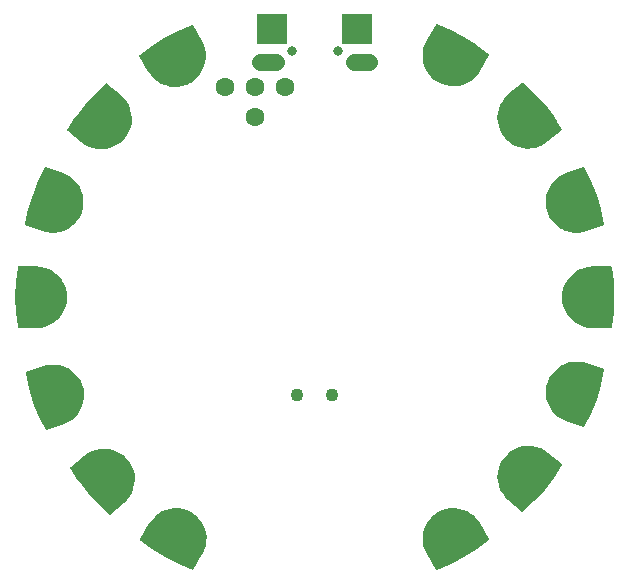
<source format=gbr>
G04 EAGLE Gerber RS-274X export*
G75*
%MOMM*%
%FSLAX34Y34*%
%LPD*%
%INSoldermask Bottom*%
%IPPOS*%
%AMOC8*
5,1,8,0,0,1.08239X$1,22.5*%
G01*
%ADD10C,0.801600*%
%ADD11R,2.601600X2.601600*%
%ADD12C,1.409600*%
%ADD13C,4.317600*%
%ADD14C,1.101600*%
%ADD15C,1.601600*%

G36*
X227376Y-110221D02*
X227376Y-110221D01*
X227400Y-110223D01*
X227485Y-110200D01*
X227572Y-110184D01*
X227593Y-110172D01*
X227617Y-110165D01*
X227689Y-110114D01*
X227765Y-110069D01*
X227780Y-110050D01*
X227800Y-110036D01*
X227884Y-109919D01*
X227905Y-109894D01*
X227906Y-109889D01*
X227910Y-109884D01*
X233802Y-98565D01*
X233810Y-98542D01*
X233826Y-98515D01*
X238709Y-86726D01*
X238714Y-86702D01*
X238728Y-86674D01*
X242565Y-74504D01*
X242568Y-74479D01*
X242579Y-74450D01*
X245341Y-61992D01*
X245342Y-61968D01*
X245350Y-61944D01*
X245347Y-61856D01*
X245350Y-61768D01*
X245343Y-61745D01*
X245342Y-61720D01*
X245308Y-61638D01*
X245281Y-61555D01*
X245266Y-61535D01*
X245256Y-61513D01*
X245196Y-61448D01*
X245141Y-61379D01*
X245120Y-61366D01*
X245104Y-61348D01*
X244977Y-61280D01*
X244949Y-61263D01*
X244944Y-61262D01*
X244939Y-61259D01*
X230618Y-56046D01*
X230598Y-56043D01*
X230575Y-56032D01*
X227090Y-55039D01*
X227052Y-55035D01*
X227001Y-55020D01*
X223410Y-54533D01*
X223372Y-54535D01*
X223320Y-54527D01*
X219696Y-54556D01*
X219658Y-54563D01*
X219606Y-54563D01*
X216023Y-55108D01*
X215987Y-55120D01*
X215934Y-55128D01*
X212465Y-56176D01*
X212431Y-56193D01*
X212381Y-56208D01*
X209096Y-57740D01*
X209065Y-57762D01*
X209017Y-57784D01*
X205984Y-59767D01*
X205957Y-59794D01*
X205912Y-59822D01*
X203192Y-62217D01*
X203169Y-62247D01*
X203129Y-62282D01*
X200777Y-65039D01*
X200758Y-65072D01*
X200724Y-65112D01*
X198789Y-68176D01*
X198774Y-68212D01*
X198746Y-68256D01*
X197267Y-71564D01*
X197258Y-71601D01*
X197236Y-71649D01*
X196242Y-75135D01*
X196239Y-75173D01*
X196224Y-75223D01*
X195737Y-78814D01*
X195738Y-78852D01*
X195731Y-78905D01*
X195760Y-82529D01*
X195767Y-82566D01*
X195767Y-82619D01*
X196311Y-86202D01*
X196322Y-86234D01*
X196323Y-86254D01*
X196327Y-86266D01*
X196331Y-86290D01*
X197379Y-89759D01*
X197397Y-89793D01*
X197412Y-89844D01*
X198943Y-93128D01*
X198965Y-93159D01*
X198987Y-93207D01*
X200971Y-96240D01*
X200997Y-96268D01*
X201025Y-96312D01*
X203420Y-99032D01*
X203450Y-99056D01*
X203485Y-99096D01*
X206242Y-101447D01*
X206275Y-101466D01*
X206315Y-101501D01*
X209380Y-103436D01*
X209415Y-103450D01*
X209459Y-103478D01*
X212768Y-104958D01*
X212787Y-104963D01*
X212810Y-104975D01*
X227131Y-110187D01*
X227155Y-110191D01*
X227177Y-110202D01*
X227264Y-110210D01*
X227352Y-110225D01*
X227376Y-110221D01*
G37*
G36*
X-219696Y54556D02*
X-219696Y54556D01*
X-219658Y54563D01*
X-219606Y54563D01*
X-216023Y55108D01*
X-215987Y55120D01*
X-215934Y55128D01*
X-212465Y56176D01*
X-212431Y56193D01*
X-212381Y56208D01*
X-209096Y57740D01*
X-209065Y57762D01*
X-209017Y57784D01*
X-205984Y59767D01*
X-205957Y59794D01*
X-205912Y59822D01*
X-203192Y62217D01*
X-203169Y62247D01*
X-203129Y62282D01*
X-200777Y65039D01*
X-200758Y65072D01*
X-200724Y65112D01*
X-198789Y68176D01*
X-198774Y68212D01*
X-198746Y68256D01*
X-197267Y71564D01*
X-197258Y71601D01*
X-197236Y71649D01*
X-196242Y75135D01*
X-196239Y75173D01*
X-196224Y75223D01*
X-195737Y78814D01*
X-195738Y78852D01*
X-195731Y78905D01*
X-195760Y82529D01*
X-195767Y82566D01*
X-195767Y82619D01*
X-196311Y86202D01*
X-196323Y86238D01*
X-196331Y86290D01*
X-197379Y89759D01*
X-197397Y89793D01*
X-197412Y89844D01*
X-198943Y93128D01*
X-198965Y93159D01*
X-198987Y93207D01*
X-200971Y96240D01*
X-200997Y96268D01*
X-201025Y96312D01*
X-203420Y99032D01*
X-203450Y99056D01*
X-203485Y99096D01*
X-206242Y101447D01*
X-206275Y101466D01*
X-206315Y101501D01*
X-209380Y103436D01*
X-209415Y103450D01*
X-209459Y103478D01*
X-212768Y104958D01*
X-212787Y104963D01*
X-212810Y104975D01*
X-227131Y110187D01*
X-227155Y110191D01*
X-227177Y110202D01*
X-227264Y110210D01*
X-227352Y110225D01*
X-227376Y110221D01*
X-227400Y110223D01*
X-227485Y110200D01*
X-227572Y110184D01*
X-227593Y110172D01*
X-227617Y110165D01*
X-227689Y110114D01*
X-227765Y110069D01*
X-227780Y110050D01*
X-227800Y110036D01*
X-227884Y109919D01*
X-227905Y109894D01*
X-227906Y109889D01*
X-227910Y109884D01*
X-233802Y98565D01*
X-233810Y98542D01*
X-233826Y98515D01*
X-238709Y86726D01*
X-238714Y86702D01*
X-238728Y86674D01*
X-242565Y74504D01*
X-242568Y74479D01*
X-242579Y74450D01*
X-245341Y61992D01*
X-245342Y61968D01*
X-245350Y61944D01*
X-245347Y61856D01*
X-245350Y61768D01*
X-245343Y61745D01*
X-245342Y61720D01*
X-245308Y61638D01*
X-245281Y61555D01*
X-245266Y61535D01*
X-245256Y61513D01*
X-245196Y61448D01*
X-245141Y61379D01*
X-245120Y61366D01*
X-245104Y61348D01*
X-244977Y61280D01*
X-244949Y61263D01*
X-244944Y61262D01*
X-244939Y61259D01*
X-230618Y56046D01*
X-230598Y56043D01*
X-230575Y56032D01*
X-227090Y55039D01*
X-227052Y55035D01*
X-227001Y55020D01*
X-223410Y54533D01*
X-223372Y54535D01*
X-223320Y54527D01*
X-219696Y54556D01*
G37*
G36*
X-226704Y-112761D02*
X-226704Y-112761D01*
X-226679Y-112765D01*
X-226538Y-112736D01*
X-226506Y-112731D01*
X-226502Y-112728D01*
X-226496Y-112727D01*
X-212175Y-107515D01*
X-212157Y-107505D01*
X-212133Y-107498D01*
X-208824Y-106018D01*
X-208793Y-105997D01*
X-208745Y-105976D01*
X-205680Y-104041D01*
X-205652Y-104015D01*
X-205607Y-103987D01*
X-202850Y-101636D01*
X-202826Y-101606D01*
X-202785Y-101572D01*
X-200390Y-98852D01*
X-200371Y-98820D01*
X-200336Y-98780D01*
X-198352Y-95747D01*
X-198337Y-95712D01*
X-198308Y-95668D01*
X-196777Y-92384D01*
X-196767Y-92347D01*
X-196744Y-92299D01*
X-195696Y-88830D01*
X-195691Y-88792D01*
X-195676Y-88742D01*
X-195132Y-85159D01*
X-195133Y-85121D01*
X-195125Y-85069D01*
X-195096Y-81445D01*
X-195102Y-81407D01*
X-195102Y-81354D01*
X-195589Y-77763D01*
X-195592Y-77753D01*
X-195592Y-77751D01*
X-195595Y-77744D01*
X-195601Y-77727D01*
X-195607Y-77675D01*
X-196601Y-74189D01*
X-196617Y-74155D01*
X-196632Y-74104D01*
X-198111Y-70796D01*
X-198132Y-70764D01*
X-198154Y-70716D01*
X-200089Y-67652D01*
X-200114Y-67624D01*
X-200142Y-67579D01*
X-202494Y-64822D01*
X-202523Y-64797D01*
X-202557Y-64757D01*
X-205277Y-62362D01*
X-205310Y-62342D01*
X-205349Y-62307D01*
X-208382Y-60324D01*
X-208418Y-60309D01*
X-208461Y-60280D01*
X-211746Y-58748D01*
X-211783Y-58739D01*
X-211830Y-58716D01*
X-213380Y-58248D01*
X-215299Y-57668D01*
X-215337Y-57663D01*
X-215388Y-57648D01*
X-218971Y-57103D01*
X-219009Y-57104D01*
X-219061Y-57096D01*
X-222685Y-57067D01*
X-222722Y-57074D01*
X-222775Y-57073D01*
X-226366Y-57560D01*
X-226403Y-57572D01*
X-226455Y-57579D01*
X-229940Y-58572D01*
X-229958Y-58581D01*
X-229983Y-58586D01*
X-244304Y-63799D01*
X-244325Y-63811D01*
X-244349Y-63817D01*
X-244421Y-63867D01*
X-244498Y-63912D01*
X-244514Y-63930D01*
X-244534Y-63944D01*
X-244584Y-64017D01*
X-244640Y-64085D01*
X-244648Y-64108D01*
X-244663Y-64128D01*
X-244685Y-64214D01*
X-244714Y-64297D01*
X-244713Y-64321D01*
X-244719Y-64345D01*
X-244709Y-64489D01*
X-244709Y-64521D01*
X-244707Y-64526D01*
X-244706Y-64532D01*
X-241944Y-76990D01*
X-241935Y-77013D01*
X-241930Y-77044D01*
X-238093Y-89214D01*
X-238082Y-89235D01*
X-238074Y-89266D01*
X-233191Y-101055D01*
X-233177Y-101076D01*
X-233167Y-101105D01*
X-227275Y-112424D01*
X-227260Y-112443D01*
X-227251Y-112466D01*
X-227192Y-112532D01*
X-227138Y-112602D01*
X-227117Y-112614D01*
X-227101Y-112633D01*
X-227022Y-112674D01*
X-226948Y-112720D01*
X-226924Y-112725D01*
X-226902Y-112736D01*
X-226814Y-112748D01*
X-226728Y-112765D01*
X-226704Y-112761D01*
G37*
G36*
X223357Y54534D02*
X223357Y54534D01*
X223410Y54533D01*
X227001Y55020D01*
X227038Y55032D01*
X227090Y55039D01*
X230575Y56032D01*
X230593Y56041D01*
X230618Y56046D01*
X244939Y61259D01*
X244960Y61271D01*
X244984Y61277D01*
X245056Y61327D01*
X245133Y61372D01*
X245149Y61390D01*
X245169Y61404D01*
X245219Y61477D01*
X245275Y61545D01*
X245283Y61568D01*
X245298Y61588D01*
X245320Y61674D01*
X245349Y61757D01*
X245348Y61781D01*
X245354Y61805D01*
X245344Y61949D01*
X245344Y61981D01*
X245342Y61986D01*
X245341Y61992D01*
X242579Y74450D01*
X242570Y74473D01*
X242565Y74504D01*
X238728Y86674D01*
X238717Y86695D01*
X238709Y86726D01*
X233826Y98515D01*
X233812Y98536D01*
X233802Y98565D01*
X227910Y109884D01*
X227895Y109903D01*
X227886Y109926D01*
X227827Y109992D01*
X227773Y110062D01*
X227752Y110074D01*
X227736Y110093D01*
X227657Y110134D01*
X227583Y110180D01*
X227559Y110185D01*
X227537Y110196D01*
X227449Y110208D01*
X227363Y110225D01*
X227339Y110221D01*
X227314Y110225D01*
X227173Y110196D01*
X227141Y110191D01*
X227137Y110188D01*
X227131Y110187D01*
X212810Y104975D01*
X212792Y104965D01*
X212768Y104958D01*
X209459Y103478D01*
X209428Y103457D01*
X209380Y103436D01*
X206315Y101501D01*
X206287Y101475D01*
X206242Y101447D01*
X203485Y99096D01*
X203461Y99066D01*
X203420Y99032D01*
X201025Y96312D01*
X201006Y96280D01*
X200971Y96240D01*
X198987Y93207D01*
X198972Y93172D01*
X198943Y93128D01*
X197412Y89844D01*
X197402Y89807D01*
X197379Y89759D01*
X196331Y86290D01*
X196326Y86252D01*
X196311Y86202D01*
X195767Y82619D01*
X195768Y82581D01*
X195760Y82529D01*
X195731Y78905D01*
X195737Y78867D01*
X195737Y78814D01*
X196224Y75223D01*
X196236Y75187D01*
X196242Y75135D01*
X197236Y71649D01*
X197252Y71615D01*
X197267Y71564D01*
X198746Y68256D01*
X198767Y68224D01*
X198789Y68176D01*
X200724Y65112D01*
X200749Y65084D01*
X200777Y65039D01*
X203129Y62282D01*
X203158Y62257D01*
X203192Y62217D01*
X205912Y59822D01*
X205945Y59802D01*
X205984Y59767D01*
X209017Y57784D01*
X209053Y57769D01*
X209096Y57740D01*
X212381Y56208D01*
X212418Y56199D01*
X212465Y56176D01*
X213631Y55824D01*
X215730Y55189D01*
X215934Y55128D01*
X215972Y55123D01*
X216023Y55108D01*
X219606Y54563D01*
X219644Y54564D01*
X219696Y54556D01*
X223320Y54527D01*
X223357Y54534D01*
G37*
G36*
X-180394Y125104D02*
X-180394Y125104D01*
X-180342Y125101D01*
X-176732Y125417D01*
X-176695Y125427D01*
X-176642Y125431D01*
X-173114Y126257D01*
X-173079Y126272D01*
X-173027Y126284D01*
X-169652Y127604D01*
X-169620Y127624D01*
X-169571Y127643D01*
X-166418Y129430D01*
X-166388Y129455D01*
X-166342Y129480D01*
X-163476Y131698D01*
X-163451Y131726D01*
X-163409Y131758D01*
X-160887Y134361D01*
X-160866Y134393D01*
X-160829Y134431D01*
X-158703Y137366D01*
X-158687Y137400D01*
X-158656Y137443D01*
X-156970Y140651D01*
X-156958Y140687D01*
X-156933Y140734D01*
X-155721Y144149D01*
X-155715Y144186D01*
X-155697Y144236D01*
X-154983Y147789D01*
X-154982Y147821D01*
X-154976Y147838D01*
X-154977Y147852D01*
X-154971Y147879D01*
X-154770Y151497D01*
X-154775Y151535D01*
X-154771Y151588D01*
X-155087Y155198D01*
X-155097Y155235D01*
X-155102Y155287D01*
X-155928Y158816D01*
X-155943Y158851D01*
X-155955Y158902D01*
X-157275Y162277D01*
X-157295Y162310D01*
X-157314Y162359D01*
X-159101Y165512D01*
X-159125Y165541D01*
X-159151Y165587D01*
X-161369Y168453D01*
X-161397Y168479D01*
X-161429Y168521D01*
X-164032Y171042D01*
X-164049Y171054D01*
X-164066Y171073D01*
X-175740Y180869D01*
X-175761Y180881D01*
X-175778Y180899D01*
X-175858Y180936D01*
X-175935Y180980D01*
X-175959Y180984D01*
X-175981Y180995D01*
X-176069Y181003D01*
X-176156Y181017D01*
X-176180Y181013D01*
X-176205Y181015D01*
X-176290Y180991D01*
X-176376Y180975D01*
X-176397Y180962D01*
X-176421Y180955D01*
X-176540Y180875D01*
X-176568Y180858D01*
X-176571Y180854D01*
X-176576Y180851D01*
X-185984Y172230D01*
X-185999Y172210D01*
X-186024Y172191D01*
X-194645Y162782D01*
X-194658Y162762D01*
X-194680Y162740D01*
X-202448Y152616D01*
X-202460Y152595D01*
X-202480Y152571D01*
X-209336Y141809D01*
X-209346Y141786D01*
X-209361Y141767D01*
X-209388Y141683D01*
X-209422Y141601D01*
X-209422Y141577D01*
X-209430Y141553D01*
X-209426Y141465D01*
X-209429Y141377D01*
X-209421Y141354D01*
X-209420Y141329D01*
X-209386Y141248D01*
X-209358Y141164D01*
X-209343Y141145D01*
X-209333Y141122D01*
X-209238Y141015D01*
X-209218Y140989D01*
X-209213Y140987D01*
X-209209Y140982D01*
X-197535Y131186D01*
X-197517Y131176D01*
X-197499Y131158D01*
X-194564Y129033D01*
X-194529Y129016D01*
X-194487Y128985D01*
X-191279Y127299D01*
X-191242Y127287D01*
X-191196Y127263D01*
X-187781Y126050D01*
X-187743Y126044D01*
X-187694Y126026D01*
X-184141Y125312D01*
X-184102Y125311D01*
X-184051Y125300D01*
X-180432Y125099D01*
X-180394Y125104D01*
G37*
G36*
X-173603Y-184188D02*
X-173603Y-184188D01*
X-173579Y-184192D01*
X-173493Y-184172D01*
X-173405Y-184159D01*
X-173384Y-184147D01*
X-173360Y-184142D01*
X-173237Y-184066D01*
X-173209Y-184051D01*
X-173205Y-184047D01*
X-173200Y-184044D01*
X-161526Y-174248D01*
X-161513Y-174232D01*
X-161492Y-174217D01*
X-158889Y-171696D01*
X-158867Y-171665D01*
X-158829Y-171628D01*
X-156611Y-168762D01*
X-156594Y-168728D01*
X-156561Y-168687D01*
X-154774Y-165534D01*
X-154761Y-165498D01*
X-154735Y-165452D01*
X-153415Y-162077D01*
X-153408Y-162040D01*
X-153388Y-161991D01*
X-152562Y-158462D01*
X-152560Y-158424D01*
X-152547Y-158373D01*
X-152231Y-154763D01*
X-152235Y-154725D01*
X-152230Y-154672D01*
X-152431Y-151054D01*
X-152440Y-151017D01*
X-152443Y-150964D01*
X-153157Y-147411D01*
X-153171Y-147375D01*
X-153181Y-147324D01*
X-154393Y-143909D01*
X-154412Y-143875D01*
X-154430Y-143826D01*
X-156116Y-140618D01*
X-156139Y-140588D01*
X-156163Y-140541D01*
X-158289Y-137606D01*
X-158316Y-137579D01*
X-158347Y-137536D01*
X-160869Y-134933D01*
X-160900Y-134911D01*
X-160936Y-134873D01*
X-163802Y-132655D01*
X-163836Y-132638D01*
X-163878Y-132605D01*
X-167031Y-130818D01*
X-167067Y-130806D01*
X-167112Y-130779D01*
X-170487Y-129459D01*
X-170525Y-129452D01*
X-170574Y-129432D01*
X-174102Y-128606D01*
X-174140Y-128604D01*
X-174192Y-128592D01*
X-177802Y-128276D01*
X-177840Y-128279D01*
X-177892Y-128274D01*
X-181511Y-128475D01*
X-181548Y-128484D01*
X-181601Y-128487D01*
X-185154Y-129201D01*
X-185189Y-129215D01*
X-185241Y-129225D01*
X-188656Y-130438D01*
X-188689Y-130456D01*
X-188739Y-130474D01*
X-191947Y-132160D01*
X-191977Y-132183D01*
X-192024Y-132208D01*
X-194959Y-134333D01*
X-194973Y-134348D01*
X-194995Y-134361D01*
X-206669Y-144157D01*
X-206685Y-144176D01*
X-206705Y-144190D01*
X-206756Y-144261D01*
X-206813Y-144329D01*
X-206821Y-144352D01*
X-206835Y-144372D01*
X-206858Y-144458D01*
X-206887Y-144541D01*
X-206887Y-144565D01*
X-206893Y-144589D01*
X-206885Y-144677D01*
X-206884Y-144765D01*
X-206875Y-144788D01*
X-206873Y-144812D01*
X-206814Y-144943D01*
X-206802Y-144974D01*
X-206799Y-144978D01*
X-206796Y-144984D01*
X-199940Y-155746D01*
X-199923Y-155764D01*
X-199908Y-155791D01*
X-192140Y-165915D01*
X-192122Y-165931D01*
X-192105Y-165957D01*
X-183484Y-175366D01*
X-183464Y-175380D01*
X-183444Y-175405D01*
X-174036Y-184026D01*
X-174016Y-184039D01*
X-173999Y-184057D01*
X-173921Y-184098D01*
X-173847Y-184146D01*
X-173823Y-184151D01*
X-173801Y-184162D01*
X-173714Y-184174D01*
X-173627Y-184192D01*
X-173603Y-184188D01*
G37*
G36*
X176180Y-181648D02*
X176180Y-181648D01*
X176205Y-181650D01*
X176290Y-181626D01*
X176376Y-181610D01*
X176397Y-181597D01*
X176421Y-181590D01*
X176540Y-181510D01*
X176568Y-181493D01*
X176571Y-181489D01*
X176576Y-181486D01*
X185984Y-172865D01*
X185999Y-172845D01*
X186024Y-172826D01*
X194645Y-163417D01*
X194658Y-163397D01*
X194680Y-163375D01*
X202448Y-153251D01*
X202460Y-153230D01*
X202480Y-153206D01*
X209336Y-142444D01*
X209346Y-142421D01*
X209361Y-142402D01*
X209388Y-142318D01*
X209422Y-142236D01*
X209422Y-142212D01*
X209430Y-142188D01*
X209426Y-142100D01*
X209429Y-142012D01*
X209421Y-141989D01*
X209420Y-141964D01*
X209386Y-141883D01*
X209358Y-141799D01*
X209343Y-141780D01*
X209333Y-141757D01*
X209238Y-141650D01*
X209218Y-141624D01*
X209213Y-141622D01*
X209209Y-141617D01*
X197535Y-131821D01*
X197517Y-131811D01*
X197499Y-131793D01*
X194564Y-129668D01*
X194529Y-129651D01*
X194487Y-129620D01*
X191279Y-127934D01*
X191242Y-127922D01*
X191196Y-127898D01*
X187781Y-126685D01*
X187743Y-126679D01*
X187694Y-126661D01*
X184141Y-125947D01*
X184102Y-125946D01*
X184051Y-125935D01*
X180432Y-125734D01*
X180394Y-125739D01*
X180342Y-125736D01*
X176732Y-126052D01*
X176695Y-126062D01*
X176642Y-126066D01*
X173114Y-126892D01*
X173079Y-126907D01*
X173027Y-126919D01*
X169652Y-128239D01*
X169620Y-128259D01*
X169571Y-128278D01*
X166418Y-130065D01*
X166388Y-130090D01*
X166342Y-130115D01*
X163476Y-132333D01*
X163451Y-132361D01*
X163409Y-132393D01*
X160887Y-134996D01*
X160866Y-135028D01*
X160829Y-135066D01*
X158703Y-138001D01*
X158687Y-138035D01*
X158656Y-138078D01*
X156970Y-141286D01*
X156958Y-141322D01*
X156933Y-141369D01*
X155721Y-144784D01*
X155715Y-144821D01*
X155697Y-144871D01*
X154983Y-148424D01*
X154982Y-148462D01*
X154971Y-148514D01*
X154770Y-152132D01*
X154775Y-152170D01*
X154771Y-152223D01*
X155087Y-155833D01*
X155097Y-155870D01*
X155102Y-155922D01*
X155928Y-159451D01*
X155943Y-159486D01*
X155955Y-159537D01*
X157275Y-162912D01*
X157295Y-162945D01*
X157314Y-162994D01*
X159101Y-166147D01*
X159125Y-166176D01*
X159151Y-166222D01*
X161369Y-169088D01*
X161397Y-169114D01*
X161429Y-169156D01*
X164032Y-171677D01*
X164049Y-171689D01*
X164066Y-171708D01*
X175740Y-181504D01*
X175761Y-181516D01*
X175778Y-181534D01*
X175858Y-181571D01*
X175935Y-181615D01*
X175959Y-181619D01*
X175981Y-181630D01*
X176069Y-181638D01*
X176156Y-181652D01*
X176180Y-181648D01*
G37*
G36*
X184051Y125935D02*
X184051Y125935D01*
X184088Y125944D01*
X184141Y125947D01*
X187694Y126661D01*
X187729Y126675D01*
X187781Y126685D01*
X191196Y127898D01*
X191229Y127916D01*
X191279Y127934D01*
X194487Y129620D01*
X194517Y129643D01*
X194564Y129668D01*
X197499Y131793D01*
X197513Y131808D01*
X197535Y131821D01*
X209209Y141617D01*
X209225Y141636D01*
X209245Y141650D01*
X209296Y141721D01*
X209353Y141789D01*
X209361Y141812D01*
X209375Y141832D01*
X209398Y141918D01*
X209427Y142001D01*
X209427Y142025D01*
X209433Y142049D01*
X209425Y142137D01*
X209424Y142225D01*
X209415Y142248D01*
X209413Y142272D01*
X209354Y142403D01*
X209342Y142434D01*
X209339Y142438D01*
X209336Y142444D01*
X209261Y142562D01*
X208857Y143196D01*
X208857Y143197D01*
X208453Y143831D01*
X208049Y144465D01*
X207645Y145099D01*
X207241Y145733D01*
X207241Y145734D01*
X207240Y145734D01*
X206836Y146368D01*
X206432Y147002D01*
X206028Y147636D01*
X205624Y148270D01*
X205624Y148271D01*
X205220Y148905D01*
X204816Y149539D01*
X202480Y153206D01*
X202463Y153224D01*
X202448Y153251D01*
X194680Y163375D01*
X194662Y163391D01*
X194645Y163417D01*
X186024Y172826D01*
X186004Y172840D01*
X185984Y172865D01*
X176576Y181486D01*
X176556Y181499D01*
X176539Y181517D01*
X176461Y181558D01*
X176387Y181606D01*
X176363Y181611D01*
X176341Y181622D01*
X176254Y181634D01*
X176167Y181652D01*
X176143Y181648D01*
X176119Y181652D01*
X176033Y181632D01*
X175945Y181619D01*
X175924Y181607D01*
X175900Y181602D01*
X175777Y181526D01*
X175749Y181511D01*
X175745Y181507D01*
X175740Y181504D01*
X164066Y171708D01*
X164053Y171692D01*
X164032Y171677D01*
X161429Y169156D01*
X161407Y169125D01*
X161369Y169088D01*
X159151Y166222D01*
X159134Y166188D01*
X159101Y166147D01*
X157314Y162994D01*
X157301Y162958D01*
X157275Y162912D01*
X155955Y159537D01*
X155948Y159500D01*
X155928Y159451D01*
X155102Y155922D01*
X155100Y155884D01*
X155087Y155833D01*
X154771Y152223D01*
X154775Y152185D01*
X154770Y152132D01*
X154971Y148514D01*
X154980Y148477D01*
X154983Y148424D01*
X155697Y144871D01*
X155711Y144835D01*
X155721Y144784D01*
X156933Y141369D01*
X156952Y141335D01*
X156970Y141286D01*
X158656Y138078D01*
X158679Y138048D01*
X158703Y138001D01*
X160829Y135066D01*
X160856Y135039D01*
X160887Y134996D01*
X163409Y132393D01*
X163440Y132371D01*
X163476Y132333D01*
X166342Y130115D01*
X166376Y130098D01*
X166418Y130065D01*
X169571Y128278D01*
X169607Y128266D01*
X169652Y128239D01*
X173027Y126919D01*
X173065Y126912D01*
X173114Y126892D01*
X176642Y126066D01*
X176680Y126064D01*
X176732Y126052D01*
X180342Y125736D01*
X180380Y125739D01*
X180432Y125734D01*
X184051Y125935D01*
G37*
G36*
X103134Y-231077D02*
X103134Y-231077D01*
X103159Y-231079D01*
X103299Y-231044D01*
X103330Y-231037D01*
X103335Y-231035D01*
X103341Y-231033D01*
X115130Y-226150D01*
X115151Y-226137D01*
X115180Y-226126D01*
X126499Y-220234D01*
X126518Y-220219D01*
X126547Y-220207D01*
X137309Y-213350D01*
X137327Y-213334D01*
X137354Y-213319D01*
X147478Y-205550D01*
X147495Y-205532D01*
X147515Y-205519D01*
X147570Y-205450D01*
X147629Y-205384D01*
X147638Y-205362D01*
X147653Y-205342D01*
X147680Y-205259D01*
X147713Y-205176D01*
X147714Y-205152D01*
X147721Y-205129D01*
X147717Y-205040D01*
X147719Y-204952D01*
X147711Y-204929D01*
X147710Y-204904D01*
X147657Y-204771D01*
X147647Y-204740D01*
X147644Y-204736D01*
X147641Y-204730D01*
X140021Y-191532D01*
X140008Y-191516D01*
X139997Y-191493D01*
X137966Y-188492D01*
X137939Y-188465D01*
X137910Y-188421D01*
X135472Y-185740D01*
X135442Y-185716D01*
X135407Y-185677D01*
X132612Y-183370D01*
X132579Y-183351D01*
X132539Y-183317D01*
X129444Y-181431D01*
X129408Y-181417D01*
X129364Y-181390D01*
X126032Y-179963D01*
X125995Y-179954D01*
X125947Y-179933D01*
X122446Y-178995D01*
X122408Y-178992D01*
X122357Y-178978D01*
X118759Y-178548D01*
X118721Y-178550D01*
X118668Y-178544D01*
X115045Y-178630D01*
X115008Y-178638D01*
X114955Y-178639D01*
X111382Y-179239D01*
X111346Y-179252D01*
X111294Y-179261D01*
X107842Y-180364D01*
X107815Y-180378D01*
X107799Y-180381D01*
X107785Y-180389D01*
X107758Y-180398D01*
X104498Y-181981D01*
X104467Y-182004D01*
X104420Y-182027D01*
X101418Y-184058D01*
X101391Y-184085D01*
X101347Y-184114D01*
X98666Y-186552D01*
X98642Y-186582D01*
X98603Y-186617D01*
X96296Y-189412D01*
X96277Y-189445D01*
X96243Y-189485D01*
X94357Y-192580D01*
X94343Y-192615D01*
X94316Y-192660D01*
X92889Y-195992D01*
X92880Y-196029D01*
X92859Y-196077D01*
X91921Y-199578D01*
X91918Y-199616D01*
X91904Y-199667D01*
X91474Y-203265D01*
X91476Y-203303D01*
X91470Y-203355D01*
X91556Y-206978D01*
X91564Y-207016D01*
X91565Y-207069D01*
X92166Y-210642D01*
X92178Y-210678D01*
X92187Y-210730D01*
X93290Y-214182D01*
X93308Y-214216D01*
X93324Y-214266D01*
X94907Y-217526D01*
X94919Y-217542D01*
X94929Y-217566D01*
X102549Y-230764D01*
X102564Y-230783D01*
X102574Y-230805D01*
X102636Y-230868D01*
X102693Y-230936D01*
X102715Y-230948D01*
X102732Y-230965D01*
X102812Y-231003D01*
X102889Y-231046D01*
X102913Y-231050D01*
X102935Y-231060D01*
X103023Y-231067D01*
X103110Y-231081D01*
X103134Y-231077D01*
G37*
G36*
X-235565Y-26031D02*
X-235565Y-26031D01*
X-235540Y-26033D01*
X-231925Y-25774D01*
X-231888Y-25765D01*
X-231835Y-25761D01*
X-228294Y-24991D01*
X-228259Y-24976D01*
X-228207Y-24965D01*
X-224812Y-23699D01*
X-224779Y-23679D01*
X-224730Y-23661D01*
X-221549Y-21925D01*
X-221519Y-21901D01*
X-221473Y-21876D01*
X-218571Y-19704D01*
X-218545Y-19676D01*
X-218503Y-19645D01*
X-215941Y-17082D01*
X-215919Y-17051D01*
X-215881Y-17014D01*
X-213709Y-14112D01*
X-213692Y-14078D01*
X-213661Y-14036D01*
X-211924Y-10856D01*
X-211912Y-10819D01*
X-211886Y-10773D01*
X-210620Y-7378D01*
X-210613Y-7340D01*
X-210594Y-7291D01*
X-209824Y-3750D01*
X-209822Y-3712D01*
X-209811Y-3660D01*
X-209552Y-45D01*
X-209556Y-7D01*
X-209552Y45D01*
X-209811Y3660D01*
X-209820Y3697D01*
X-209824Y3750D01*
X-210594Y7291D01*
X-210609Y7326D01*
X-210620Y7378D01*
X-211886Y10773D01*
X-211906Y10806D01*
X-211924Y10856D01*
X-213661Y14036D01*
X-213684Y14066D01*
X-213709Y14112D01*
X-215881Y17014D01*
X-215909Y17040D01*
X-215941Y17082D01*
X-218503Y19645D01*
X-218534Y19666D01*
X-218571Y19704D01*
X-221473Y21876D01*
X-221507Y21893D01*
X-221549Y21925D01*
X-224730Y23661D01*
X-224766Y23673D01*
X-224812Y23699D01*
X-228207Y24965D01*
X-228245Y24972D01*
X-228294Y24991D01*
X-231835Y25761D01*
X-231873Y25763D01*
X-231925Y25774D01*
X-235540Y26033D01*
X-235560Y26031D01*
X-235585Y26034D01*
X-250825Y26034D01*
X-250849Y26030D01*
X-250873Y26032D01*
X-250959Y26010D01*
X-251046Y25995D01*
X-251067Y25982D01*
X-251091Y25976D01*
X-251163Y25925D01*
X-251239Y25880D01*
X-251254Y25862D01*
X-251275Y25847D01*
X-251325Y25775D01*
X-251380Y25706D01*
X-251388Y25683D01*
X-251402Y25663D01*
X-251442Y25525D01*
X-251452Y25494D01*
X-251452Y25489D01*
X-251454Y25483D01*
X-253119Y12831D01*
X-253118Y12807D01*
X-253124Y12776D01*
X-253681Y28D01*
X-253678Y3D01*
X-253681Y-28D01*
X-253124Y-12776D01*
X-253119Y-12800D01*
X-253119Y-12831D01*
X-251454Y-25483D01*
X-251446Y-25506D01*
X-251446Y-25531D01*
X-251413Y-25612D01*
X-251386Y-25697D01*
X-251371Y-25716D01*
X-251361Y-25738D01*
X-251302Y-25804D01*
X-251247Y-25873D01*
X-251227Y-25886D01*
X-251210Y-25904D01*
X-251131Y-25944D01*
X-251056Y-25991D01*
X-251032Y-25995D01*
X-251010Y-26007D01*
X-250868Y-26028D01*
X-250836Y-26034D01*
X-250831Y-26033D01*
X-250825Y-26034D01*
X-235585Y-26034D01*
X-235565Y-26031D01*
G37*
G36*
X250849Y-26030D02*
X250849Y-26030D01*
X250873Y-26032D01*
X250959Y-26010D01*
X251046Y-25995D01*
X251067Y-25982D01*
X251091Y-25976D01*
X251163Y-25925D01*
X251239Y-25880D01*
X251254Y-25862D01*
X251275Y-25847D01*
X251325Y-25775D01*
X251380Y-25706D01*
X251388Y-25683D01*
X251402Y-25663D01*
X251442Y-25525D01*
X251452Y-25494D01*
X251452Y-25489D01*
X251454Y-25483D01*
X253119Y-12831D01*
X253118Y-12811D01*
X253119Y-12809D01*
X253119Y-12803D01*
X253124Y-12776D01*
X253681Y-28D01*
X253678Y-3D01*
X253681Y28D01*
X253124Y12776D01*
X253119Y12800D01*
X253119Y12831D01*
X251454Y25483D01*
X251446Y25506D01*
X251446Y25531D01*
X251413Y25612D01*
X251386Y25697D01*
X251371Y25716D01*
X251361Y25738D01*
X251302Y25804D01*
X251247Y25873D01*
X251227Y25886D01*
X251210Y25904D01*
X251131Y25944D01*
X251056Y25991D01*
X251032Y25995D01*
X251010Y26007D01*
X250868Y26028D01*
X250836Y26034D01*
X250831Y26033D01*
X250825Y26034D01*
X235585Y26034D01*
X235565Y26031D01*
X235540Y26033D01*
X231925Y25774D01*
X231888Y25765D01*
X231835Y25761D01*
X228294Y24991D01*
X228259Y24976D01*
X228207Y24965D01*
X225704Y24032D01*
X224812Y23699D01*
X224779Y23679D01*
X224730Y23661D01*
X221549Y21925D01*
X221519Y21901D01*
X221473Y21876D01*
X218571Y19704D01*
X218545Y19676D01*
X218503Y19645D01*
X215941Y17082D01*
X215919Y17051D01*
X215881Y17014D01*
X213709Y14112D01*
X213692Y14078D01*
X213661Y14036D01*
X211924Y10856D01*
X211912Y10819D01*
X211886Y10773D01*
X210620Y7378D01*
X210613Y7340D01*
X210594Y7291D01*
X209824Y3750D01*
X209822Y3712D01*
X209811Y3660D01*
X209552Y45D01*
X209556Y7D01*
X209552Y-45D01*
X209811Y-3660D01*
X209820Y-3697D01*
X209824Y-3750D01*
X210594Y-7291D01*
X210609Y-7326D01*
X210620Y-7378D01*
X211886Y-10773D01*
X211906Y-10806D01*
X211924Y-10856D01*
X213661Y-14036D01*
X213684Y-14066D01*
X213709Y-14112D01*
X215881Y-17014D01*
X215909Y-17040D01*
X215941Y-17082D01*
X218503Y-19645D01*
X218534Y-19666D01*
X218571Y-19704D01*
X221473Y-21876D01*
X221507Y-21893D01*
X221549Y-21925D01*
X224730Y-23661D01*
X224766Y-23673D01*
X224812Y-23699D01*
X228207Y-24965D01*
X228245Y-24972D01*
X228294Y-24991D01*
X231835Y-25761D01*
X231873Y-25763D01*
X231925Y-25774D01*
X235540Y-26033D01*
X235560Y-26031D01*
X235585Y-26034D01*
X250825Y-26034D01*
X250849Y-26030D01*
G37*
G36*
X-115680Y177995D02*
X-115680Y177995D01*
X-115643Y178003D01*
X-115590Y178004D01*
X-112017Y178604D01*
X-111981Y178617D01*
X-111929Y178626D01*
X-108477Y179729D01*
X-108443Y179747D01*
X-108393Y179763D01*
X-105133Y181346D01*
X-105102Y181369D01*
X-105055Y181392D01*
X-102053Y183423D01*
X-102026Y183450D01*
X-101982Y183479D01*
X-99301Y185917D01*
X-99277Y185947D01*
X-99238Y185982D01*
X-96931Y188777D01*
X-96912Y188810D01*
X-96878Y188850D01*
X-94992Y191945D01*
X-94978Y191980D01*
X-94951Y192025D01*
X-93524Y195357D01*
X-93515Y195394D01*
X-93494Y195442D01*
X-92556Y198943D01*
X-92553Y198981D01*
X-92539Y199032D01*
X-92109Y202630D01*
X-92111Y202668D01*
X-92105Y202720D01*
X-92191Y206343D01*
X-92199Y206381D01*
X-92200Y206434D01*
X-92801Y210007D01*
X-92813Y210043D01*
X-92822Y210095D01*
X-93925Y213547D01*
X-93943Y213581D01*
X-93959Y213631D01*
X-95542Y216891D01*
X-95554Y216907D01*
X-95564Y216931D01*
X-103184Y230129D01*
X-103199Y230148D01*
X-103209Y230170D01*
X-103271Y230233D01*
X-103328Y230301D01*
X-103350Y230313D01*
X-103367Y230330D01*
X-103447Y230368D01*
X-103524Y230411D01*
X-103548Y230415D01*
X-103570Y230425D01*
X-103658Y230432D01*
X-103745Y230446D01*
X-103769Y230442D01*
X-103794Y230444D01*
X-103934Y230409D01*
X-103965Y230402D01*
X-103970Y230400D01*
X-103976Y230398D01*
X-115765Y225515D01*
X-115786Y225502D01*
X-115815Y225491D01*
X-127134Y219599D01*
X-127153Y219584D01*
X-127182Y219572D01*
X-137944Y212715D01*
X-137962Y212699D01*
X-137989Y212684D01*
X-148113Y204915D01*
X-148130Y204897D01*
X-148150Y204884D01*
X-148205Y204815D01*
X-148264Y204749D01*
X-148273Y204727D01*
X-148288Y204707D01*
X-148315Y204624D01*
X-148348Y204541D01*
X-148349Y204517D01*
X-148356Y204494D01*
X-148352Y204405D01*
X-148354Y204317D01*
X-148346Y204294D01*
X-148345Y204269D01*
X-148292Y204136D01*
X-148282Y204105D01*
X-148279Y204101D01*
X-148276Y204095D01*
X-140656Y190897D01*
X-140653Y190893D01*
X-140651Y190889D01*
X-140642Y190879D01*
X-140632Y190858D01*
X-138601Y187857D01*
X-138574Y187830D01*
X-138545Y187786D01*
X-136107Y185105D01*
X-136077Y185081D01*
X-136042Y185042D01*
X-133247Y182735D01*
X-133214Y182716D01*
X-133174Y182682D01*
X-130079Y180796D01*
X-130043Y180782D01*
X-129999Y180755D01*
X-126667Y179328D01*
X-126630Y179319D01*
X-126582Y179298D01*
X-123081Y178360D01*
X-123043Y178357D01*
X-122992Y178343D01*
X-119394Y177913D01*
X-119356Y177915D01*
X-119303Y177909D01*
X-115680Y177995D01*
G37*
G36*
X118706Y178550D02*
X118706Y178550D01*
X118759Y178548D01*
X122357Y178978D01*
X122394Y178989D01*
X122446Y178995D01*
X125947Y179933D01*
X125981Y179950D01*
X126032Y179963D01*
X129364Y181390D01*
X129395Y181410D01*
X129444Y181431D01*
X132539Y183317D01*
X132567Y183342D01*
X132612Y183370D01*
X135407Y185677D01*
X135432Y185706D01*
X135472Y185740D01*
X137910Y188421D01*
X137930Y188453D01*
X137966Y188492D01*
X139997Y191493D01*
X140005Y191512D01*
X140021Y191532D01*
X147641Y204730D01*
X147650Y204753D01*
X147664Y204773D01*
X147687Y204858D01*
X147717Y204941D01*
X147717Y204966D01*
X147724Y204989D01*
X147716Y205077D01*
X147715Y205166D01*
X147706Y205188D01*
X147704Y205213D01*
X147667Y205293D01*
X147635Y205375D01*
X147619Y205393D01*
X147608Y205416D01*
X147509Y205519D01*
X147487Y205544D01*
X147482Y205546D01*
X147478Y205550D01*
X147301Y205686D01*
X146475Y206320D01*
X145648Y206954D01*
X145648Y206955D01*
X144822Y207589D01*
X143995Y208223D01*
X143169Y208857D01*
X143168Y208857D01*
X142342Y209491D01*
X142342Y209492D01*
X141516Y210126D01*
X141515Y210126D01*
X140689Y210760D01*
X139862Y211394D01*
X139036Y212028D01*
X139036Y212029D01*
X138209Y212663D01*
X137383Y213297D01*
X137382Y213297D01*
X137354Y213319D01*
X137333Y213330D01*
X137309Y213350D01*
X126547Y220207D01*
X126524Y220216D01*
X126499Y220234D01*
X115180Y226126D01*
X115157Y226134D01*
X115130Y226150D01*
X103341Y231033D01*
X103317Y231038D01*
X103295Y231050D01*
X103208Y231062D01*
X103121Y231081D01*
X103097Y231078D01*
X103073Y231081D01*
X102987Y231062D01*
X102899Y231050D01*
X102878Y231038D01*
X102854Y231033D01*
X102780Y230985D01*
X102702Y230943D01*
X102686Y230924D01*
X102665Y230911D01*
X102576Y230799D01*
X102554Y230774D01*
X102553Y230769D01*
X102549Y230764D01*
X94929Y217566D01*
X94922Y217548D01*
X94915Y217539D01*
X94913Y217534D01*
X94907Y217526D01*
X93324Y214266D01*
X93314Y214230D01*
X93290Y214182D01*
X92187Y210730D01*
X92182Y210693D01*
X92166Y210642D01*
X91565Y207069D01*
X91565Y207030D01*
X91556Y206978D01*
X91470Y203355D01*
X91476Y203318D01*
X91474Y203265D01*
X91904Y199667D01*
X91915Y199630D01*
X91921Y199578D01*
X92859Y196077D01*
X92876Y196043D01*
X92889Y195992D01*
X94316Y192660D01*
X94337Y192628D01*
X94357Y192580D01*
X96243Y189485D01*
X96268Y189457D01*
X96296Y189412D01*
X98603Y186617D01*
X98632Y186592D01*
X98666Y186552D01*
X101347Y184114D01*
X101379Y184094D01*
X101418Y184058D01*
X104420Y182027D01*
X104454Y182011D01*
X104498Y181981D01*
X107758Y180398D01*
X107794Y180388D01*
X107842Y180364D01*
X111294Y179261D01*
X111331Y179256D01*
X111382Y179239D01*
X114955Y178639D01*
X114994Y178639D01*
X115045Y178630D01*
X118668Y178544D01*
X118706Y178550D01*
G37*
G36*
X-103097Y-231078D02*
X-103097Y-231078D01*
X-103073Y-231081D01*
X-102987Y-231062D01*
X-102899Y-231050D01*
X-102878Y-231038D01*
X-102854Y-231033D01*
X-102780Y-230985D01*
X-102702Y-230943D01*
X-102686Y-230924D01*
X-102665Y-230911D01*
X-102576Y-230799D01*
X-102554Y-230774D01*
X-102553Y-230769D01*
X-102549Y-230764D01*
X-94929Y-217566D01*
X-94922Y-217547D01*
X-94907Y-217526D01*
X-93324Y-214266D01*
X-93314Y-214230D01*
X-93290Y-214182D01*
X-92187Y-210730D01*
X-92182Y-210693D01*
X-92166Y-210642D01*
X-91565Y-207069D01*
X-91565Y-207030D01*
X-91556Y-206978D01*
X-91470Y-203355D01*
X-91476Y-203318D01*
X-91474Y-203265D01*
X-91904Y-199667D01*
X-91915Y-199630D01*
X-91921Y-199578D01*
X-92859Y-196077D01*
X-92876Y-196043D01*
X-92889Y-195992D01*
X-94316Y-192660D01*
X-94337Y-192628D01*
X-94357Y-192580D01*
X-96243Y-189485D01*
X-96268Y-189457D01*
X-96296Y-189412D01*
X-98603Y-186617D01*
X-98632Y-186592D01*
X-98666Y-186552D01*
X-101347Y-184114D01*
X-101379Y-184094D01*
X-101418Y-184058D01*
X-104420Y-182027D01*
X-104454Y-182011D01*
X-104498Y-181981D01*
X-107758Y-180398D01*
X-107794Y-180388D01*
X-107842Y-180364D01*
X-111294Y-179261D01*
X-111331Y-179256D01*
X-111382Y-179239D01*
X-114955Y-178639D01*
X-114994Y-178639D01*
X-115045Y-178630D01*
X-118668Y-178544D01*
X-118706Y-178550D01*
X-118759Y-178548D01*
X-122357Y-178978D01*
X-122394Y-178989D01*
X-122446Y-178995D01*
X-125947Y-179933D01*
X-125981Y-179950D01*
X-126032Y-179963D01*
X-129364Y-181390D01*
X-129395Y-181410D01*
X-129444Y-181431D01*
X-132539Y-183317D01*
X-132567Y-183342D01*
X-132612Y-183370D01*
X-135407Y-185677D01*
X-135432Y-185706D01*
X-135472Y-185740D01*
X-137910Y-188421D01*
X-137930Y-188453D01*
X-137966Y-188492D01*
X-139997Y-191493D01*
X-140005Y-191512D01*
X-140021Y-191532D01*
X-147641Y-204730D01*
X-147650Y-204753D01*
X-147664Y-204773D01*
X-147687Y-204858D01*
X-147717Y-204941D01*
X-147717Y-204966D01*
X-147724Y-204989D01*
X-147716Y-205077D01*
X-147715Y-205166D01*
X-147706Y-205188D01*
X-147704Y-205213D01*
X-147667Y-205293D01*
X-147635Y-205375D01*
X-147619Y-205393D01*
X-147608Y-205416D01*
X-147509Y-205519D01*
X-147487Y-205544D01*
X-147482Y-205546D01*
X-147478Y-205550D01*
X-147438Y-205581D01*
X-146611Y-206215D01*
X-146611Y-206216D01*
X-145785Y-206850D01*
X-144958Y-207484D01*
X-144132Y-208118D01*
X-143305Y-208752D01*
X-143305Y-208753D01*
X-142479Y-209387D01*
X-142478Y-209387D01*
X-141652Y-210021D01*
X-140825Y-210655D01*
X-139999Y-211289D01*
X-139999Y-211290D01*
X-139172Y-211924D01*
X-138346Y-212558D01*
X-137519Y-213192D01*
X-137354Y-213319D01*
X-137333Y-213330D01*
X-137309Y-213350D01*
X-126547Y-220207D01*
X-126524Y-220216D01*
X-126499Y-220234D01*
X-115180Y-226126D01*
X-115157Y-226134D01*
X-115130Y-226150D01*
X-103341Y-231033D01*
X-103317Y-231038D01*
X-103295Y-231050D01*
X-103208Y-231062D01*
X-103121Y-231081D01*
X-103097Y-231078D01*
G37*
D10*
X19500Y208280D03*
X-19500Y208280D03*
D11*
X-36000Y227280D03*
X36000Y227280D03*
D12*
X33000Y199280D02*
X46080Y199280D01*
X-33000Y199280D02*
X-46080Y199280D01*
D13*
X115570Y201249D03*
X115570Y-201249D03*
X-177882Y148680D03*
X-175342Y-151855D03*
X-217499Y-81747D03*
X-218134Y79207D03*
X177882Y149315D03*
X218134Y79207D03*
X218134Y-79207D03*
X177882Y-149315D03*
X-116205Y200614D03*
X-115570Y-201249D03*
X-231775Y0D03*
X231775Y0D03*
D14*
X15000Y-82550D03*
X-15000Y-82550D03*
D15*
X-76200Y177800D03*
X-25400Y177800D03*
X-50800Y152400D03*
X-50800Y177800D03*
M02*

</source>
